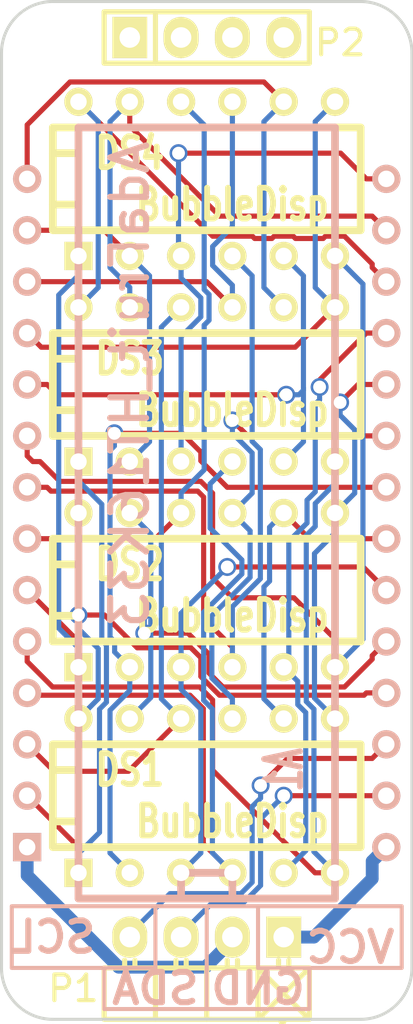
<source format=kicad_pcb>
(kicad_pcb (version 4) (host pcbnew "(2014-08-12 BZR 5064)-product")

  (general
    (links 52)
    (no_connects 0)
    (area 107.094866 76.3778 133.425001 128.930401)
    (thickness 1.6)
    (drawings 28)
    (tracks 330)
    (zones 0)
    (modules 7)
    (nets 33)
  )

  (page A4)
  (layers
    (0 F.Cu signal)
    (31 B.Cu signal)
    (32 B.Adhes user)
    (33 F.Adhes user)
    (34 B.Paste user)
    (35 F.Paste user)
    (36 B.SilkS user)
    (37 F.SilkS user)
    (38 B.Mask user)
    (39 F.Mask user)
    (40 Dwgs.User user)
    (41 Cmts.User user)
    (42 Eco1.User user)
    (43 Eco2.User user)
    (44 Edge.Cuts user)
    (45 Margin user)
    (46 B.CrtYd user)
    (47 F.CrtYd user)
    (48 B.Fab user)
    (49 F.Fab user)
  )

  (setup
    (last_trace_width 0.254)
    (user_trace_width 0.1524)
    (user_trace_width 0.254)
    (user_trace_width 0.508)
    (user_trace_width 0.635)
    (user_trace_width 1.27)
    (user_trace_width 2.54)
    (trace_clearance 0.1524)
    (zone_clearance 0.508)
    (zone_45_only no)
    (trace_min 0.1524)
    (segment_width 0.2)
    (edge_width 0.15)
    (via_size 0.889)
    (via_drill 0.635)
    (via_min_size 0.889)
    (via_min_drill 0.508)
    (uvia_size 0.508)
    (uvia_drill 0.127)
    (uvias_allowed no)
    (uvia_min_size 0.508)
    (uvia_min_drill 0.127)
    (pcb_text_width 0.3)
    (pcb_text_size 1.5 1.5)
    (mod_edge_width 0.15)
    (mod_text_size 1.5 1.5)
    (mod_text_width 0.15)
    (pad_size 1.524 1.524)
    (pad_drill 0.762)
    (pad_to_mask_clearance 0.2)
    (aux_axis_origin 0 0)
    (grid_origin 123.19 78.74)
    (visible_elements FFFFF77F)
    (pcbplotparams
      (layerselection 0x010f0_80000001)
      (usegerberextensions true)
      (excludeedgelayer true)
      (linewidth 0.100000)
      (plotframeref false)
      (viasonmask false)
      (mode 1)
      (useauxorigin false)
      (hpglpennumber 1)
      (hpglpenspeed 20)
      (hpglpendiameter 15)
      (hpglpenoverlay 2)
      (psnegative false)
      (psa4output false)
      (plotreference true)
      (plotvalue true)
      (plotinvisibletext false)
      (padsonsilk false)
      (subtractmaskfromsilk false)
      (outputformat 1)
      (mirror false)
      (drillshape 0)
      (scaleselection 1)
      (outputdirectory Output/))
  )

  (net 0 "")
  (net 1 "Net-(A1-Pad1)")
  (net 2 /C0)
  (net 3 /C1)
  (net 4 /C2)
  (net 5 /C3)
  (net 6 /C4)
  (net 7 /C5)
  (net 8 /C6)
  (net 9 /C7)
  (net 10 /A15)
  (net 11 /A14)
  (net 12 /A13)
  (net 13 /A12)
  (net 14 /A11)
  (net 15 /A10)
  (net 16 /A9)
  (net 17 /A8)
  (net 18 /A7)
  (net 19 /A6)
  (net 20 /A5)
  (net 21 /A4)
  (net 22 /A3)
  (net 23 /A2)
  (net 24 /A1)
  (net 25 /A0)
  (net 26 "Net-(A1-Pad26)")
  (net 27 "Net-(A1-Pad27)")
  (net 28 "Net-(A1-Pad28)")
  (net 29 "Net-(J2-Pad1)")
  (net 30 "Net-(J2-Pad2)")
  (net 31 "Net-(J2-Pad3)")
  (net 32 "Net-(J2-Pad4)")

  (net_class Default "This is the default net class."
    (clearance 0.1524)
    (trace_width 0.1524)
    (via_dia 0.889)
    (via_drill 0.635)
    (uvia_dia 0.508)
    (uvia_drill 0.127)
    (add_net /A0)
    (add_net /A1)
    (add_net /A10)
    (add_net /A11)
    (add_net /A12)
    (add_net /A13)
    (add_net /A14)
    (add_net /A15)
    (add_net /A2)
    (add_net /A3)
    (add_net /A4)
    (add_net /A5)
    (add_net /A6)
    (add_net /A7)
    (add_net /A8)
    (add_net /A9)
    (add_net /C0)
    (add_net /C1)
    (add_net /C2)
    (add_net /C3)
    (add_net /C4)
    (add_net /C5)
    (add_net /C6)
    (add_net /C7)
    (add_net "Net-(A1-Pad1)")
    (add_net "Net-(A1-Pad26)")
    (add_net "Net-(A1-Pad27)")
    (add_net "Net-(A1-Pad28)")
    (add_net "Net-(J2-Pad1)")
    (add_net "Net-(J2-Pad2)")
    (add_net "Net-(J2-Pad3)")
    (add_net "Net-(J2-Pad4)")
  )

  (module Pin_Headers:Pin_Header_Angled_1x04 (layer F.Cu) (tedit 53FC3CEF) (tstamp 53FB069B)
    (at 123.19 124.46 180)
    (descr "1 pin")
    (tags "CONN DEV")
    (path /53FB0ADC)
    (fp_text reference P1 (at 6.604 -2.54 180) (layer F.SilkS)
      (effects (font (size 1.27 1.27) (thickness 0.2032)))
    )
    (fp_text value CONN_4 (at 0 0 180) (layer F.SilkS) hide
      (effects (font (size 1.27 1.27) (thickness 0.2032)))
    )
    (fp_line (start -2.54 -4.064) (end -5.08 -1.524) (layer F.SilkS) (width 0.254))
    (fp_line (start -5.08 -4.064) (end -2.54 -1.524) (layer F.SilkS) (width 0.254))
    (fp_line (start -3.683 -4.191) (end -3.81 -4.191) (layer F.SilkS) (width 0.254))
    (fp_line (start -4.064 -1.524) (end -4.064 -1.143) (layer F.SilkS) (width 0.254))
    (fp_line (start -3.556 -1.524) (end -3.556 -1.143) (layer F.SilkS) (width 0.254))
    (fp_line (start -1.524 -1.524) (end -1.524 -1.143) (layer F.SilkS) (width 0.254))
    (fp_line (start -1.016 -1.524) (end -1.016 -1.143) (layer F.SilkS) (width 0.254))
    (fp_line (start 1.016 -1.524) (end 1.016 -1.143) (layer F.SilkS) (width 0.254))
    (fp_line (start 1.524 -1.524) (end 1.524 -1.143) (layer F.SilkS) (width 0.254))
    (fp_line (start 4.064 -1.524) (end 4.064 -1.143) (layer F.SilkS) (width 0.254))
    (fp_line (start 3.556 -1.524) (end 3.556 -1.143) (layer F.SilkS) (width 0.254))
    (fp_line (start -5.08 -1.524) (end -5.08 -4.064) (layer F.SilkS) (width 0.254))
    (fp_line (start -2.54 -1.524) (end -2.54 -4.064) (layer F.SilkS) (width 0.254))
    (fp_line (start -2.54 -1.524) (end 0 -1.524) (layer F.SilkS) (width 0.254))
    (fp_line (start 0 -1.524) (end 0 -4.064) (layer F.SilkS) (width 0.254))
    (fp_line (start 0 -4.064) (end -2.54 -4.064) (layer F.SilkS) (width 0.254))
    (fp_line (start -2.54 -4.064) (end -5.08 -4.064) (layer F.SilkS) (width 0.254))
    (fp_line (start -2.54 -1.524) (end -2.54 -4.064) (layer F.SilkS) (width 0.254))
    (fp_line (start -5.08 -1.524) (end -2.54 -1.524) (layer F.SilkS) (width 0.254))
    (fp_line (start 2.54 -1.524) (end 2.54 -4.064) (layer F.SilkS) (width 0.254))
    (fp_line (start 2.54 -1.524) (end 5.08 -1.524) (layer F.SilkS) (width 0.254))
    (fp_line (start 5.08 -1.524) (end 5.08 -4.064) (layer F.SilkS) (width 0.254))
    (fp_line (start 5.08 -4.064) (end 2.54 -4.064) (layer F.SilkS) (width 0.254))
    (fp_line (start 2.54 -4.064) (end 0 -4.064) (layer F.SilkS) (width 0.254))
    (fp_line (start 2.54 -1.524) (end 2.54 -4.064) (layer F.SilkS) (width 0.254))
    (fp_line (start 0 -1.524) (end 2.54 -1.524) (layer F.SilkS) (width 0.254))
    (fp_line (start 0 -1.524) (end 0 -4.064) (layer F.SilkS) (width 0.254))
    (pad 1 thru_hole rect (at -3.81 0 180) (size 1.7272 2.032) (drill 1.016) (layers *.Cu *.Mask F.SilkS)
      (net 28 "Net-(A1-Pad28)"))
    (pad 2 thru_hole oval (at -1.27 0 180) (size 1.7272 2.032) (drill 1.016) (layers *.Cu *.Mask F.SilkS)
      (net 1 "Net-(A1-Pad1)"))
    (pad 3 thru_hole oval (at 1.27 0 180) (size 1.7272 2.032) (drill 1.016) (layers *.Cu *.Mask F.SilkS)
      (net 27 "Net-(A1-Pad27)"))
    (pad 4 thru_hole oval (at 3.81 0 180) (size 1.7272 2.032) (drill 1.016) (layers *.Cu *.Mask F.SilkS)
      (net 26 "Net-(A1-Pad26)"))
    (model Pin_Headers/Pin_Header_Angled_1x04.wrl
      (at (xyz 0 0 0))
      (scale (xyz 1 1 1))
      (rotate (xyz 0 0 0))
    )
  )

  (module "NTH_PTH DIL:DIP-28__700" (layer B.Cu) (tedit 53FAFEC4) (tstamp 53FB0637)
    (at 123.19 103.505 90)
    (descr "Module Dil 28 pins, pads ronds, e=600 mils")
    (tags DIL)
    (path /53FB00B4)
    (fp_text reference A1 (at -12.7 3.81 90) (layer B.SilkS)
      (effects (font (size 1.778 1.143) (thickness 0.3048)) (justify mirror))
    )
    (fp_text value AdaFruit_HT16K33 (at 6.35 -3.81 90) (layer B.SilkS)
      (effects (font (size 1.778 1.778) (thickness 0.3048)) (justify mirror))
    )
    (fp_line (start -19.05 1.27) (end -19.05 1.27) (layer B.SilkS) (width 0.381))
    (fp_line (start -19.05 1.27) (end -17.78 1.27) (layer B.SilkS) (width 0.381))
    (fp_line (start -17.78 1.27) (end -17.78 -1.27) (layer B.SilkS) (width 0.381))
    (fp_line (start -17.78 -1.27) (end -19.05 -1.27) (layer B.SilkS) (width 0.381))
    (fp_line (start -19.05 6.35) (end 19.05 6.35) (layer B.SilkS) (width 0.381))
    (fp_line (start 19.05 6.35) (end 19.05 -6.35) (layer B.SilkS) (width 0.381))
    (fp_line (start 19.05 -6.35) (end -19.05 -6.35) (layer B.SilkS) (width 0.381))
    (fp_line (start -19.05 -6.35) (end -19.05 6.35) (layer B.SilkS) (width 0.381))
    (pad 1 thru_hole rect (at -16.51 -8.89 90) (size 1.397 1.397) (drill 0.8128) (layers *.Cu *.Mask B.SilkS)
      (net 1 "Net-(A1-Pad1)"))
    (pad 2 thru_hole circle (at -13.97 -8.89 90) (size 1.397 1.397) (drill 0.8128) (layers *.Cu *.Mask B.SilkS)
      (net 2 /C0))
    (pad 3 thru_hole circle (at -11.43 -8.89 90) (size 1.397 1.397) (drill 0.8128) (layers *.Cu *.Mask B.SilkS)
      (net 3 /C1))
    (pad 4 thru_hole circle (at -8.89 -8.89 90) (size 1.397 1.397) (drill 0.8128) (layers *.Cu *.Mask B.SilkS)
      (net 4 /C2))
    (pad 5 thru_hole circle (at -6.35 -8.89 90) (size 1.397 1.397) (drill 0.8128) (layers *.Cu *.Mask B.SilkS)
      (net 5 /C3))
    (pad 6 thru_hole circle (at -3.81 -8.89 90) (size 1.397 1.397) (drill 0.8128) (layers *.Cu *.Mask B.SilkS)
      (net 6 /C4))
    (pad 7 thru_hole circle (at -1.27 -8.89 90) (size 1.397 1.397) (drill 0.8128) (layers *.Cu *.Mask B.SilkS)
      (net 7 /C5))
    (pad 8 thru_hole circle (at 1.27 -8.89 90) (size 1.397 1.397) (drill 0.8128) (layers *.Cu *.Mask B.SilkS)
      (net 8 /C6))
    (pad 9 thru_hole circle (at 3.81 -8.89 90) (size 1.397 1.397) (drill 0.8128) (layers *.Cu *.Mask B.SilkS)
      (net 9 /C7))
    (pad 10 thru_hole circle (at 6.35 -8.89 90) (size 1.397 1.397) (drill 0.8128) (layers *.Cu *.Mask B.SilkS)
      (net 10 /A15))
    (pad 11 thru_hole circle (at 8.89 -8.89 90) (size 1.397 1.397) (drill 0.8128) (layers *.Cu *.Mask B.SilkS)
      (net 11 /A14))
    (pad 12 thru_hole circle (at 11.43 -8.89 90) (size 1.397 1.397) (drill 0.8128) (layers *.Cu *.Mask B.SilkS)
      (net 12 /A13))
    (pad 13 thru_hole circle (at 13.97 -8.89 90) (size 1.397 1.397) (drill 0.8128) (layers *.Cu *.Mask B.SilkS)
      (net 13 /A12))
    (pad 14 thru_hole circle (at 16.51 -8.89 90) (size 1.397 1.397) (drill 0.8128) (layers *.Cu *.Mask B.SilkS)
      (net 14 /A11))
    (pad 15 thru_hole circle (at 16.51 8.89 90) (size 1.397 1.397) (drill 0.8128) (layers *.Cu *.Mask B.SilkS)
      (net 15 /A10))
    (pad 16 thru_hole circle (at 13.97 8.89 90) (size 1.397 1.397) (drill 0.8128) (layers *.Cu *.Mask B.SilkS)
      (net 16 /A9))
    (pad 17 thru_hole circle (at 11.43 8.89 90) (size 1.397 1.397) (drill 0.8128) (layers *.Cu *.Mask B.SilkS)
      (net 17 /A8))
    (pad 18 thru_hole circle (at 8.89 8.89 90) (size 1.397 1.397) (drill 0.8128) (layers *.Cu *.Mask B.SilkS)
      (net 18 /A7))
    (pad 19 thru_hole circle (at 6.35 8.89 90) (size 1.397 1.397) (drill 0.8128) (layers *.Cu *.Mask B.SilkS)
      (net 19 /A6))
    (pad 20 thru_hole circle (at 3.81 8.89 90) (size 1.397 1.397) (drill 0.8128) (layers *.Cu *.Mask B.SilkS)
      (net 20 /A5))
    (pad 21 thru_hole circle (at 1.27 8.89 90) (size 1.397 1.397) (drill 0.8128) (layers *.Cu *.Mask B.SilkS)
      (net 21 /A4))
    (pad 22 thru_hole circle (at -1.27 8.89 90) (size 1.397 1.397) (drill 0.8128) (layers *.Cu *.Mask B.SilkS)
      (net 22 /A3))
    (pad 23 thru_hole circle (at -3.81 8.89 90) (size 1.397 1.397) (drill 0.8128) (layers *.Cu *.Mask B.SilkS)
      (net 23 /A2))
    (pad 24 thru_hole circle (at -6.35 8.89 90) (size 1.397 1.397) (drill 0.8128) (layers *.Cu *.Mask B.SilkS)
      (net 24 /A1))
    (pad 25 thru_hole circle (at -8.89 8.89 90) (size 1.397 1.397) (drill 0.8128) (layers *.Cu *.Mask B.SilkS)
      (net 25 /A0))
    (pad 26 thru_hole circle (at -11.43 8.89 90) (size 1.397 1.397) (drill 0.8128) (layers *.Cu *.Mask B.SilkS)
      (net 26 "Net-(A1-Pad26)"))
    (pad 27 thru_hole circle (at -13.97 8.89 90) (size 1.397 1.397) (drill 0.8128) (layers *.Cu *.Mask B.SilkS)
      (net 27 "Net-(A1-Pad27)"))
    (pad 28 thru_hole circle (at -16.51 8.89 90) (size 1.397 1.397) (drill 0.8128) (layers *.Cu *.Mask B.SilkS)
      (net 28 "Net-(A1-Pad28)"))
    (model dil/dil_28-w600.wrl
      (at (xyz 0 0 0))
      (scale (xyz 1 1 1))
      (rotate (xyz 0 0 0))
    )
  )

  (module "NTH_PTH DIL:DIP-12__300" (layer F.Cu) (tedit 53FB0505) (tstamp 53FB0B8B)
    (at 123.19 117.475)
    (descr "14 pins DIL package, round pads")
    (tags DIL)
    (path /53FAF96C)
    (fp_text reference DS1 (at -3.81 -1.27) (layer F.SilkS)
      (effects (font (size 1.524 1.143) (thickness 0.3048)))
    )
    (fp_text value BubbleDisp (at 1.27 1.27) (layer F.SilkS)
      (effects (font (size 1.524 1.143) (thickness 0.28575)))
    )
    (fp_line (start -7.62 -2.54) (end 7.62 -2.54) (layer F.SilkS) (width 0.381))
    (fp_line (start 7.62 2.54) (end -7.62 2.54) (layer F.SilkS) (width 0.381))
    (fp_line (start -7.62 2.54) (end -7.62 -2.54) (layer F.SilkS) (width 0.381))
    (fp_line (start -7.62 -1.27) (end -6.35 -1.27) (layer F.SilkS) (width 0.381))
    (fp_line (start -6.35 -1.27) (end -6.35 1.27) (layer F.SilkS) (width 0.381))
    (fp_line (start -6.35 1.27) (end -7.62 1.27) (layer F.SilkS) (width 0.381))
    (fp_line (start 7.62 -2.54) (end 7.62 2.54) (layer F.SilkS) (width 0.381))
    (pad 1 thru_hole rect (at -6.35 3.81) (size 1.397 1.397) (drill 0.8128) (layers *.Cu *.Mask F.SilkS)
      (net 2 /C0))
    (pad 2 thru_hole circle (at -3.81 3.81) (size 1.397 1.397) (drill 0.8128) (layers *.Cu *.Mask F.SilkS)
      (net 21 /A4))
    (pad 3 thru_hole circle (at -1.27 3.81) (size 1.397 1.397) (drill 0.8128) (layers *.Cu *.Mask F.SilkS)
      (net 23 /A2))
    (pad 4 thru_hole circle (at 1.27 3.81) (size 1.397 1.397) (drill 0.8128) (layers *.Cu *.Mask F.SilkS)
      (net 4 /C2))
    (pad 5 thru_hole circle (at 3.81 3.81) (size 1.397 1.397) (drill 0.8128) (layers *.Cu *.Mask F.SilkS)
      (net 18 /A7))
    (pad 6 thru_hole circle (at 6.35 3.81) (size 1.397 1.397) (drill 0.8128) (layers *.Cu *.Mask F.SilkS)
      (net 5 /C3))
    (pad 7 thru_hole circle (at 6.35 -3.81) (size 1.397 1.397) (drill 0.8128) (layers *.Cu *.Mask F.SilkS)
      (net 19 /A6))
    (pad 8 thru_hole circle (at 3.81 -3.81) (size 1.397 1.397) (drill 0.8128) (layers *.Cu *.Mask F.SilkS)
      (net 22 /A3))
    (pad 9 thru_hole circle (at 1.27 -3.81) (size 1.397 1.397) (drill 0.8128) (layers *.Cu *.Mask F.SilkS)
      (net 20 /A5))
    (pad 10 thru_hole circle (at -1.27 -3.81) (size 1.397 1.397) (drill 0.8128) (layers *.Cu *.Mask F.SilkS)
      (net 3 /C1))
    (pad 11 thru_hole circle (at -3.81 -3.81) (size 1.397 1.397) (drill 0.8128) (layers *.Cu *.Mask F.SilkS)
      (net 24 /A1))
    (pad 12 thru_hole circle (at -6.35 -3.81) (size 1.397 1.397) (drill 0.8128) (layers *.Cu *.Mask F.SilkS)
      (net 25 /A0))
    (model dil/dil_14.wrl
      (at (xyz 0 0 0))
      (scale (xyz 1 1 1))
      (rotate (xyz 0 0 0))
    )
  )

  (module "NTH_PTH DIL:DIP-12__300" (layer F.Cu) (tedit 53FB0505) (tstamp 53FB0665)
    (at 123.19 107.315)
    (descr "14 pins DIL package, round pads")
    (tags DIL)
    (path /53FAF9A0)
    (fp_text reference DS2 (at -3.81 -1.27) (layer F.SilkS)
      (effects (font (size 1.524 1.143) (thickness 0.3048)))
    )
    (fp_text value BubbleDisp (at 1.27 1.27) (layer F.SilkS)
      (effects (font (size 1.524 1.143) (thickness 0.28575)))
    )
    (fp_line (start -7.62 -2.54) (end 7.62 -2.54) (layer F.SilkS) (width 0.381))
    (fp_line (start 7.62 2.54) (end -7.62 2.54) (layer F.SilkS) (width 0.381))
    (fp_line (start -7.62 2.54) (end -7.62 -2.54) (layer F.SilkS) (width 0.381))
    (fp_line (start -7.62 -1.27) (end -6.35 -1.27) (layer F.SilkS) (width 0.381))
    (fp_line (start -6.35 -1.27) (end -6.35 1.27) (layer F.SilkS) (width 0.381))
    (fp_line (start -6.35 1.27) (end -7.62 1.27) (layer F.SilkS) (width 0.381))
    (fp_line (start 7.62 -2.54) (end 7.62 2.54) (layer F.SilkS) (width 0.381))
    (pad 1 thru_hole rect (at -6.35 3.81) (size 1.397 1.397) (drill 0.8128) (layers *.Cu *.Mask F.SilkS)
      (net 6 /C4))
    (pad 2 thru_hole circle (at -3.81 3.81) (size 1.397 1.397) (drill 0.8128) (layers *.Cu *.Mask F.SilkS)
      (net 21 /A4))
    (pad 3 thru_hole circle (at -1.27 3.81) (size 1.397 1.397) (drill 0.8128) (layers *.Cu *.Mask F.SilkS)
      (net 23 /A2))
    (pad 4 thru_hole circle (at 1.27 3.81) (size 1.397 1.397) (drill 0.8128) (layers *.Cu *.Mask F.SilkS)
      (net 8 /C6))
    (pad 5 thru_hole circle (at 3.81 3.81) (size 1.397 1.397) (drill 0.8128) (layers *.Cu *.Mask F.SilkS)
      (net 18 /A7))
    (pad 6 thru_hole circle (at 6.35 3.81) (size 1.397 1.397) (drill 0.8128) (layers *.Cu *.Mask F.SilkS)
      (net 9 /C7))
    (pad 7 thru_hole circle (at 6.35 -3.81) (size 1.397 1.397) (drill 0.8128) (layers *.Cu *.Mask F.SilkS)
      (net 19 /A6))
    (pad 8 thru_hole circle (at 3.81 -3.81) (size 1.397 1.397) (drill 0.8128) (layers *.Cu *.Mask F.SilkS)
      (net 22 /A3))
    (pad 9 thru_hole circle (at 1.27 -3.81) (size 1.397 1.397) (drill 0.8128) (layers *.Cu *.Mask F.SilkS)
      (net 20 /A5))
    (pad 10 thru_hole circle (at -1.27 -3.81) (size 1.397 1.397) (drill 0.8128) (layers *.Cu *.Mask F.SilkS)
      (net 7 /C5))
    (pad 11 thru_hole circle (at -3.81 -3.81) (size 1.397 1.397) (drill 0.8128) (layers *.Cu *.Mask F.SilkS)
      (net 24 /A1))
    (pad 12 thru_hole circle (at -6.35 -3.81) (size 1.397 1.397) (drill 0.8128) (layers *.Cu *.Mask F.SilkS)
      (net 25 /A0))
    (model dil/dil_14.wrl
      (at (xyz 0 0 0))
      (scale (xyz 1 1 1))
      (rotate (xyz 0 0 0))
    )
  )

  (module "NTH_PTH DIL:DIP-12__300" (layer F.Cu) (tedit 53FB0505) (tstamp 53FB0C57)
    (at 123.19 97.155)
    (descr "14 pins DIL package, round pads")
    (tags DIL)
    (path /53FAF9DA)
    (fp_text reference DS3 (at -3.81 -1.27) (layer F.SilkS)
      (effects (font (size 1.524 1.143) (thickness 0.3048)))
    )
    (fp_text value BubbleDisp (at 1.27 1.27) (layer F.SilkS)
      (effects (font (size 1.524 1.143) (thickness 0.28575)))
    )
    (fp_line (start -7.62 -2.54) (end 7.62 -2.54) (layer F.SilkS) (width 0.381))
    (fp_line (start 7.62 2.54) (end -7.62 2.54) (layer F.SilkS) (width 0.381))
    (fp_line (start -7.62 2.54) (end -7.62 -2.54) (layer F.SilkS) (width 0.381))
    (fp_line (start -7.62 -1.27) (end -6.35 -1.27) (layer F.SilkS) (width 0.381))
    (fp_line (start -6.35 -1.27) (end -6.35 1.27) (layer F.SilkS) (width 0.381))
    (fp_line (start -6.35 1.27) (end -7.62 1.27) (layer F.SilkS) (width 0.381))
    (fp_line (start 7.62 -2.54) (end 7.62 2.54) (layer F.SilkS) (width 0.381))
    (pad 1 thru_hole rect (at -6.35 3.81) (size 1.397 1.397) (drill 0.8128) (layers *.Cu *.Mask F.SilkS)
      (net 2 /C0))
    (pad 2 thru_hole circle (at -3.81 3.81) (size 1.397 1.397) (drill 0.8128) (layers *.Cu *.Mask F.SilkS)
      (net 13 /A12))
    (pad 3 thru_hole circle (at -1.27 3.81) (size 1.397 1.397) (drill 0.8128) (layers *.Cu *.Mask F.SilkS)
      (net 15 /A10))
    (pad 4 thru_hole circle (at 1.27 3.81) (size 1.397 1.397) (drill 0.8128) (layers *.Cu *.Mask F.SilkS)
      (net 4 /C2))
    (pad 5 thru_hole circle (at 3.81 3.81) (size 1.397 1.397) (drill 0.8128) (layers *.Cu *.Mask F.SilkS)
      (net 10 /A15))
    (pad 6 thru_hole circle (at 6.35 3.81) (size 1.397 1.397) (drill 0.8128) (layers *.Cu *.Mask F.SilkS)
      (net 5 /C3))
    (pad 7 thru_hole circle (at 6.35 -3.81) (size 1.397 1.397) (drill 0.8128) (layers *.Cu *.Mask F.SilkS)
      (net 11 /A14))
    (pad 8 thru_hole circle (at 3.81 -3.81) (size 1.397 1.397) (drill 0.8128) (layers *.Cu *.Mask F.SilkS)
      (net 14 /A11))
    (pad 9 thru_hole circle (at 1.27 -3.81) (size 1.397 1.397) (drill 0.8128) (layers *.Cu *.Mask F.SilkS)
      (net 12 /A13))
    (pad 10 thru_hole circle (at -1.27 -3.81) (size 1.397 1.397) (drill 0.8128) (layers *.Cu *.Mask F.SilkS)
      (net 3 /C1))
    (pad 11 thru_hole circle (at -3.81 -3.81) (size 1.397 1.397) (drill 0.8128) (layers *.Cu *.Mask F.SilkS)
      (net 16 /A9))
    (pad 12 thru_hole circle (at -6.35 -3.81) (size 1.397 1.397) (drill 0.8128) (layers *.Cu *.Mask F.SilkS)
      (net 17 /A8))
    (model dil/dil_14.wrl
      (at (xyz 0 0 0))
      (scale (xyz 1 1 1))
      (rotate (xyz 0 0 0))
    )
  )

  (module "NTH_PTH DIL:DIP-12__300" (layer F.Cu) (tedit 53FB0505) (tstamp 53FB0BA3)
    (at 123.19 86.995)
    (descr "14 pins DIL package, round pads")
    (tags DIL)
    (path /53FAFA05)
    (fp_text reference DS4 (at -3.81 -1.27) (layer F.SilkS)
      (effects (font (size 1.524 1.143) (thickness 0.3048)))
    )
    (fp_text value BubbleDisp (at 1.27 1.27) (layer F.SilkS)
      (effects (font (size 1.524 1.143) (thickness 0.28575)))
    )
    (fp_line (start -7.62 -2.54) (end 7.62 -2.54) (layer F.SilkS) (width 0.381))
    (fp_line (start 7.62 2.54) (end -7.62 2.54) (layer F.SilkS) (width 0.381))
    (fp_line (start -7.62 2.54) (end -7.62 -2.54) (layer F.SilkS) (width 0.381))
    (fp_line (start -7.62 -1.27) (end -6.35 -1.27) (layer F.SilkS) (width 0.381))
    (fp_line (start -6.35 -1.27) (end -6.35 1.27) (layer F.SilkS) (width 0.381))
    (fp_line (start -6.35 1.27) (end -7.62 1.27) (layer F.SilkS) (width 0.381))
    (fp_line (start 7.62 -2.54) (end 7.62 2.54) (layer F.SilkS) (width 0.381))
    (pad 1 thru_hole rect (at -6.35 3.81) (size 1.397 1.397) (drill 0.8128) (layers *.Cu *.Mask F.SilkS)
      (net 6 /C4))
    (pad 2 thru_hole circle (at -3.81 3.81) (size 1.397 1.397) (drill 0.8128) (layers *.Cu *.Mask F.SilkS)
      (net 13 /A12))
    (pad 3 thru_hole circle (at -1.27 3.81) (size 1.397 1.397) (drill 0.8128) (layers *.Cu *.Mask F.SilkS)
      (net 15 /A10))
    (pad 4 thru_hole circle (at 1.27 3.81) (size 1.397 1.397) (drill 0.8128) (layers *.Cu *.Mask F.SilkS)
      (net 8 /C6))
    (pad 5 thru_hole circle (at 3.81 3.81) (size 1.397 1.397) (drill 0.8128) (layers *.Cu *.Mask F.SilkS)
      (net 10 /A15))
    (pad 6 thru_hole circle (at 6.35 3.81) (size 1.397 1.397) (drill 0.8128) (layers *.Cu *.Mask F.SilkS)
      (net 9 /C7))
    (pad 7 thru_hole circle (at 6.35 -3.81) (size 1.397 1.397) (drill 0.8128) (layers *.Cu *.Mask F.SilkS)
      (net 11 /A14))
    (pad 8 thru_hole circle (at 3.81 -3.81) (size 1.397 1.397) (drill 0.8128) (layers *.Cu *.Mask F.SilkS)
      (net 14 /A11))
    (pad 9 thru_hole circle (at 1.27 -3.81) (size 1.397 1.397) (drill 0.8128) (layers *.Cu *.Mask F.SilkS)
      (net 12 /A13))
    (pad 10 thru_hole circle (at -1.27 -3.81) (size 1.397 1.397) (drill 0.8128) (layers *.Cu *.Mask F.SilkS)
      (net 7 /C5))
    (pad 11 thru_hole circle (at -3.81 -3.81) (size 1.397 1.397) (drill 0.8128) (layers *.Cu *.Mask F.SilkS)
      (net 16 /A9))
    (pad 12 thru_hole circle (at -6.35 -3.81) (size 1.397 1.397) (drill 0.8128) (layers *.Cu *.Mask F.SilkS)
      (net 17 /A8))
    (model dil/dil_14.wrl
      (at (xyz 0 0 0))
      (scale (xyz 1 1 1))
      (rotate (xyz 0 0 0))
    )
  )

  (module Pin_Headers:Pin_Header_Straight_1x04 (layer F.Cu) (tedit 53FC3CFD) (tstamp 53FB06A3)
    (at 123.19 80.01)
    (descr "1 pin")
    (tags "CONN DEV")
    (path /53FB127A)
    (fp_text reference P2 (at 6.604 0.254) (layer F.SilkS)
      (effects (font (size 1.27 1.27) (thickness 0.2032)))
    )
    (fp_text value CONN_4 (at 0 0) (layer F.SilkS) hide
      (effects (font (size 1.27 1.27) (thickness 0.2032)))
    )
    (fp_line (start -2.54 1.27) (end 5.08 1.27) (layer F.SilkS) (width 0.254))
    (fp_line (start -2.54 -1.27) (end 5.08 -1.27) (layer F.SilkS) (width 0.254))
    (fp_line (start -5.08 -1.27) (end -2.54 -1.27) (layer F.SilkS) (width 0.254))
    (fp_line (start 5.08 1.27) (end 5.08 -1.27) (layer F.SilkS) (width 0.254))
    (fp_line (start -2.54 -1.27) (end -2.54 1.27) (layer F.SilkS) (width 0.254))
    (fp_line (start -5.08 -1.27) (end -5.08 1.27) (layer F.SilkS) (width 0.254))
    (fp_line (start -5.08 1.27) (end -2.54 1.27) (layer F.SilkS) (width 0.254))
    (pad 1 thru_hole rect (at -3.81 0) (size 1.7272 2.032) (drill 1.016) (layers *.Cu *.Mask F.SilkS)
      (net 29 "Net-(J2-Pad1)"))
    (pad 2 thru_hole oval (at -1.27 0) (size 1.7272 2.032) (drill 1.016) (layers *.Cu *.Mask F.SilkS)
      (net 30 "Net-(J2-Pad2)"))
    (pad 3 thru_hole oval (at 1.27 0) (size 1.7272 2.032) (drill 1.016) (layers *.Cu *.Mask F.SilkS)
      (net 31 "Net-(J2-Pad3)"))
    (pad 4 thru_hole oval (at 3.81 0) (size 1.7272 2.032) (drill 1.016) (layers *.Cu *.Mask F.SilkS)
      (net 32 "Net-(J2-Pad4)"))
    (model Pin_Headers/Pin_Header_Straight_1x04.wrl
      (at (xyz 0 0 0))
      (scale (xyz 1 1 1))
      (rotate (xyz 0 0 0))
    )
  )

  (gr_line (start 120.65 122.936) (end 123.19 122.936) (angle 90) (layer B.SilkS) (width 0.2))
  (gr_line (start 113.538 125.984) (end 118.11 125.984) (angle 90) (layer B.SilkS) (width 0.2))
  (gr_line (start 113.538 122.936) (end 113.538 125.984) (angle 90) (layer B.SilkS) (width 0.2))
  (gr_line (start 120.65 122.936) (end 113.538 122.936) (angle 90) (layer B.SilkS) (width 0.2))
  (gr_line (start 120.65 125.984) (end 120.65 122.936) (angle 90) (layer B.SilkS) (width 0.2))
  (gr_line (start 118.11 125.984) (end 120.65 125.984) (angle 90) (layer B.SilkS) (width 0.2))
  (gr_line (start 118.11 128.016) (end 118.11 125.984) (angle 90) (layer B.SilkS) (width 0.2))
  (gr_line (start 123.19 128.016) (end 118.11 128.016) (angle 90) (layer B.SilkS) (width 0.2))
  (gr_line (start 128.27 128.016) (end 128.27 125.984) (angle 90) (layer B.SilkS) (width 0.2))
  (gr_line (start 123.19 128.016) (end 128.27 128.016) (angle 90) (layer B.SilkS) (width 0.2))
  (gr_line (start 123.19 122.936) (end 123.19 128.016) (angle 90) (layer B.SilkS) (width 0.2))
  (gr_line (start 125.73 122.936) (end 123.19 122.936) (angle 90) (layer B.SilkS) (width 0.2))
  (gr_line (start 125.73 125.984) (end 125.73 122.936) (angle 90) (layer B.SilkS) (width 0.2))
  (gr_line (start 132.842 125.984) (end 125.73 125.984) (angle 90) (layer B.SilkS) (width 0.2))
  (gr_line (start 132.842 122.936) (end 132.842 125.984) (angle 90) (layer B.SilkS) (width 0.2))
  (gr_line (start 125.73 122.936) (end 132.842 122.936) (angle 90) (layer B.SilkS) (width 0.2))
  (gr_text SDA (at 120.65 127) (layer B.SilkS)
    (effects (font (size 1.5 1.5) (thickness 0.3)) (justify mirror))
  )
  (gr_text GND (at 125.73 127) (layer B.SilkS)
    (effects (font (size 1.5 1.5) (thickness 0.3)) (justify mirror))
  )
  (gr_text SCL (at 115.57 124.46) (layer B.SilkS)
    (effects (font (size 1.5 1.5) (thickness 0.3)) (justify mirror))
  )
  (gr_text VCC (at 130.302 124.968) (layer B.SilkS)
    (effects (font (size 1.5 1.5) (thickness 0.3)) (justify mirror))
  )
  (gr_line (start 113.03 80.772) (end 113.03 125.984) (angle 90) (layer Edge.Cuts) (width 0.15))
  (gr_line (start 133.35 125.984) (end 133.35 80.772) (angle 90) (layer Edge.Cuts) (width 0.15))
  (gr_line (start 115.57 128.524) (end 130.81 128.524) (angle 90) (layer Edge.Cuts) (width 0.15))
  (gr_arc (start 115.57 125.984) (end 115.57 128.524) (angle 90) (layer Edge.Cuts) (width 0.15))
  (gr_arc (start 130.81 125.984) (end 133.35 125.984) (angle 90) (layer Edge.Cuts) (width 0.15))
  (gr_arc (start 115.57 80.772) (end 113.03 80.772) (angle 90) (layer Edge.Cuts) (width 0.15))
  (gr_arc (start 130.81 80.772) (end 130.81 78.232) (angle 90) (layer Edge.Cuts) (width 0.15))
  (gr_line (start 115.57 78.232) (end 130.81 78.232) (angle 90) (layer Edge.Cuts) (width 0.15))

  (segment (start 114.3 121.3485) (end 114.3 120.015) (width 0.635) (layer B.Cu) (net 1))
  (segment (start 114.3 121.418267) (end 114.3 121.3485) (width 0.635) (layer B.Cu) (net 1))
  (segment (start 118.827643 125.94591) (end 114.3 121.418267) (width 0.635) (layer B.Cu) (net 1))
  (segment (start 123.12649 125.94591) (end 118.827643 125.94591) (width 0.635) (layer B.Cu) (net 1))
  (segment (start 124.46 124.6124) (end 123.12649 125.94591) (width 0.635) (layer B.Cu) (net 1))
  (segment (start 124.46 124.46) (end 124.46 124.6124) (width 0.635) (layer B.Cu) (net 1))
  (segment (start 116.84 101.9175) (end 116.84 100.965) (width 0.254) (layer B.Cu) (net 2))
  (segment (start 117.995689 103.073189) (end 116.84 101.9175) (width 0.254) (layer B.Cu) (net 2))
  (segment (start 117.995689 109.806017) (end 117.995689 103.073189) (width 0.254) (layer B.Cu) (net 2))
  (segment (start 118.22431 110.034638) (end 117.995689 109.806017) (width 0.254) (layer B.Cu) (net 2))
  (segment (start 117.88141 119.29109) (end 117.88141 113.19834) (width 0.254) (layer B.Cu) (net 2))
  (segment (start 116.84 120.3325) (end 117.88141 119.29109) (width 0.254) (layer B.Cu) (net 2))
  (segment (start 118.22431 112.85544) (end 118.22431 110.034638) (width 0.254) (layer B.Cu) (net 2))
  (segment (start 116.84 121.285) (end 116.84 120.3325) (width 0.254) (layer B.Cu) (net 2))
  (segment (start 117.88141 113.19834) (end 118.22431 112.85544) (width 0.254) (layer B.Cu) (net 2))
  (segment (start 116.84 120.015) (end 116.84 121.285) (width 0.254) (layer F.Cu) (net 2))
  (segment (start 114.3 117.475) (end 116.84 120.015) (width 0.254) (layer F.Cu) (net 2))
  (segment (start 115.633538 116.268538) (end 119.316462 116.268538) (width 0.254) (layer F.Cu) (net 3))
  (segment (start 121.221501 114.363499) (end 121.92 113.665) (width 0.254) (layer F.Cu) (net 3))
  (segment (start 119.316462 116.268538) (end 121.221501 114.363499) (width 0.254) (layer F.Cu) (net 3))
  (segment (start 114.3 114.935) (end 115.633538 116.268538) (width 0.254) (layer F.Cu) (net 3))
  (segment (start 121.221501 94.043499) (end 121.92 93.345) (width 0.254) (layer B.Cu) (net 3))
  (segment (start 120.942099 94.322901) (end 121.221501 94.043499) (width 0.254) (layer B.Cu) (net 3))
  (segment (start 120.942099 112.687099) (end 120.942099 94.322901) (width 0.254) (layer B.Cu) (net 3))
  (segment (start 121.92 113.665) (end 120.942099 112.687099) (width 0.254) (layer B.Cu) (net 3))
  (segment (start 123.03759 112.760546) (end 123.46941 113.192366) (width 0.254) (layer B.Cu) (net 4))
  (segment (start 123.46941 113.192366) (end 123.46941 120.29441) (width 0.254) (layer B.Cu) (net 4))
  (segment (start 123.761501 120.586501) (end 124.46 121.285) (width 0.254) (layer B.Cu) (net 4))
  (segment (start 123.03759 108.411784) (end 123.03759 112.760546) (width 0.254) (layer B.Cu) (net 4))
  (segment (start 124.929901 105.824527) (end 124.929901 106.519473) (width 0.254) (layer B.Cu) (net 4))
  (segment (start 123.358341 102.066659) (end 123.358341 104.252967) (width 0.254) (layer B.Cu) (net 4))
  (segment (start 123.46941 120.29441) (end 123.761501 120.586501) (width 0.254) (layer B.Cu) (net 4))
  (segment (start 124.929901 106.519473) (end 123.03759 108.411784) (width 0.254) (layer B.Cu) (net 4))
  (segment (start 123.358341 104.252967) (end 124.929901 105.824527) (width 0.254) (layer B.Cu) (net 4))
  (segment (start 124.46 100.965) (end 123.358341 102.066659) (width 0.254) (layer B.Cu) (net 4))
  (segment (start 123.02166 119.84666) (end 123.02166 113.168998) (width 0.254) (layer F.Cu) (net 4))
  (segment (start 124.46 121.285) (end 123.02166 119.84666) (width 0.254) (layer F.Cu) (net 4))
  (segment (start 123.02166 113.168998) (end 122.361973 112.509311) (width 0.254) (layer F.Cu) (net 4))
  (segment (start 122.361973 112.509311) (end 114.414311 112.509311) (width 0.254) (layer F.Cu) (net 4))
  (segment (start 114.414311 112.509311) (end 114.3 112.395) (width 0.254) (layer F.Cu) (net 4))
  (segment (start 129.54 102.057706) (end 129.54 101.952828) (width 0.254) (layer B.Cu) (net 5))
  (segment (start 128.562099 103.035607) (end 129.54 102.057706) (width 0.254) (layer B.Cu) (net 5))
  (segment (start 128.11759 104.61316) (end 128.562099 104.168651) (width 0.254) (layer B.Cu) (net 5))
  (segment (start 129.54 101.952828) (end 129.54 100.965) (width 0.254) (layer B.Cu) (net 5))
  (segment (start 129.54 121.285) (end 128.49859 120.24359) (width 0.254) (layer B.Cu) (net 5))
  (segment (start 128.11759 112.81734) (end 128.11759 104.61316) (width 0.254) (layer B.Cu) (net 5))
  (segment (start 128.49859 113.19834) (end 128.11759 112.81734) (width 0.254) (layer B.Cu) (net 5))
  (segment (start 128.49859 120.24359) (end 128.49859 113.19834) (width 0.254) (layer B.Cu) (net 5))
  (segment (start 128.562099 104.168651) (end 128.562099 103.035607) (width 0.254) (layer B.Cu) (net 5))
  (segment (start 114.3 110.842828) (end 115.560073 112.102901) (width 0.254) (layer F.Cu) (net 5))
  (segment (start 122.841107 112.102901) (end 123.482099 112.743893) (width 0.254) (layer F.Cu) (net 5))
  (segment (start 115.560073 112.102901) (end 122.841107 112.102901) (width 0.254) (layer F.Cu) (net 5))
  (segment (start 128.552172 121.285) (end 129.54 121.285) (width 0.254) (layer F.Cu) (net 5))
  (segment (start 123.482099 112.743893) (end 123.482099 116.214927) (width 0.254) (layer F.Cu) (net 5))
  (segment (start 123.482099 116.214927) (end 128.552172 121.285) (width 0.254) (layer F.Cu) (net 5))
  (segment (start 114.3 109.855) (end 114.3 110.842828) (width 0.254) (layer F.Cu) (net 5))
  (segment (start 116.84 109.855) (end 116.84 111.125) (width 0.254) (layer F.Cu) (net 6))
  (segment (start 114.3 107.315) (end 116.84 109.855) (width 0.254) (layer F.Cu) (net 6))
  (segment (start 116.84 91.7575) (end 116.84 90.805) (width 0.254) (layer B.Cu) (net 6))
  (segment (start 115.862099 109.194599) (end 115.862099 92.735401) (width 0.254) (layer B.Cu) (net 6))
  (segment (start 115.862099 92.735401) (end 116.84 91.7575) (width 0.254) (layer B.Cu) (net 6))
  (segment (start 116.84 110.1725) (end 115.862099 109.194599) (width 0.254) (layer B.Cu) (net 6))
  (segment (start 116.84 111.125) (end 116.84 110.1725) (width 0.254) (layer B.Cu) (net 6))
  (segment (start 120.65 104.775) (end 121.92 103.505) (width 0.254) (layer F.Cu) (net 7))
  (segment (start 114.3 104.775) (end 120.65 104.775) (width 0.254) (layer F.Cu) (net 7))
  (segment (start 123.063 84.328) (end 121.92 83.185) (width 0.254) (layer B.Cu) (net 7))
  (segment (start 123.063 92.465956) (end 123.063 84.328) (width 0.254) (layer B.Cu) (net 7))
  (segment (start 123.30431 92.707266) (end 123.063 92.465956) (width 0.254) (layer B.Cu) (net 7))
  (segment (start 123.304311 93.982733) (end 123.30431 92.707266) (width 0.254) (layer B.Cu) (net 7))
  (segment (start 123.063 94.224044) (end 123.304311 93.982733) (width 0.254) (layer B.Cu) (net 7))
  (segment (start 123.063 101.374172) (end 123.063 94.224044) (width 0.254) (layer B.Cu) (net 7))
  (segment (start 121.92 102.517172) (end 123.063 101.374172) (width 0.254) (layer B.Cu) (net 7))
  (segment (start 121.92 103.505) (end 121.92 102.517172) (width 0.254) (layer B.Cu) (net 7))
  (segment (start 124.46 110.137172) (end 124.46 111.125) (width 0.254) (layer F.Cu) (net 8))
  (segment (start 123.037591 108.714763) (end 124.46 110.137172) (width 0.254) (layer F.Cu) (net 8))
  (segment (start 123.037591 102.717591) (end 123.037591 108.714763) (width 0.254) (layer F.Cu) (net 8))
  (segment (start 122.745499 102.425499) (end 123.037591 102.717591) (width 0.254) (layer F.Cu) (net 8))
  (segment (start 115.478327 102.425499) (end 122.745499 102.425499) (width 0.254) (layer F.Cu) (net 8))
  (segment (start 114.3 102.235) (end 115.287828 102.235) (width 0.254) (layer F.Cu) (net 8))
  (segment (start 115.287828 102.235) (end 115.478327 102.425499) (width 0.254) (layer F.Cu) (net 8))
  (segment (start 125.437901 91.782901) (end 125.158499 91.503499) (width 0.254) (layer B.Cu) (net 8))
  (segment (start 125.437901 99.964768) (end 125.437901 91.782901) (width 0.254) (layer B.Cu) (net 8))
  (segment (start 125.844311 100.371178) (end 125.437901 99.964768) (width 0.254) (layer B.Cu) (net 8))
  (segment (start 124.46 108.138874) (end 125.844311 106.754563) (width 0.254) (layer B.Cu) (net 8))
  (segment (start 124.46 111.125) (end 124.46 108.138874) (width 0.254) (layer B.Cu) (net 8))
  (segment (start 125.844311 106.754563) (end 125.844311 100.371178) (width 0.254) (layer B.Cu) (net 8))
  (segment (start 125.158499 91.503499) (end 124.46 90.805) (width 0.254) (layer B.Cu) (net 8))
  (segment (start 129.54 111.125) (end 129.54 109.728) (width 0.254) (layer F.Cu) (net 9))
  (segment (start 123.482099 106.718099) (end 123.482099 102.527099) (width 0.254) (layer F.Cu) (net 9))
  (segment (start 129.54 109.728) (end 127.508 107.696) (width 0.254) (layer F.Cu) (net 9))
  (segment (start 127.508 107.696) (end 124.46 107.696) (width 0.254) (layer F.Cu) (net 9))
  (segment (start 115.917979 101.942901) (end 114.998499 101.023421) (width 0.254) (layer F.Cu) (net 9))
  (segment (start 124.46 107.696) (end 123.482099 106.718099) (width 0.254) (layer F.Cu) (net 9))
  (segment (start 123.482099 102.527099) (end 122.897901 101.942901) (width 0.254) (layer F.Cu) (net 9))
  (segment (start 122.897901 101.942901) (end 115.917979 101.942901) (width 0.254) (layer F.Cu) (net 9))
  (segment (start 130.924311 92.189311) (end 130.238499 91.503499) (width 0.254) (layer B.Cu) (net 9))
  (segment (start 130.924311 109.740689) (end 130.924311 92.189311) (width 0.254) (layer B.Cu) (net 9))
  (segment (start 129.54 111.125) (end 130.924311 109.740689) (width 0.254) (layer B.Cu) (net 9))
  (segment (start 130.238499 91.503499) (end 129.54 90.805) (width 0.254) (layer B.Cu) (net 9))
  (segment (start 114.998499 101.023421) (end 114.993421 101.023421) (width 0.254) (layer F.Cu) (net 9))
  (segment (start 114.3 100.682828) (end 114.582172 100.965) (width 0.254) (layer F.Cu) (net 9))
  (segment (start 114.3 99.695) (end 114.3 100.682828) (width 0.254) (layer F.Cu) (net 9))
  (segment (start 114.940078 100.965) (end 114.998499 101.023421) (width 0.254) (layer F.Cu) (net 9))
  (segment (start 114.582172 100.965) (end 114.940078 100.965) (width 0.254) (layer F.Cu) (net 9))
  (segment (start 127.977901 99.987099) (end 127.977901 97.31387) (width 0.254) (layer B.Cu) (net 10))
  (segment (start 127.977901 97.31387) (end 127.977901 91.782901) (width 0.254) (layer B.Cu) (net 10))
  (segment (start 127.127 97.663) (end 127.755617 97.663) (width 0.254) (layer B.Cu) (net 10))
  (segment (start 127.755617 97.663) (end 127.977901 97.440716) (width 0.254) (layer B.Cu) (net 10))
  (segment (start 127.977901 97.440716) (end 127.977901 97.31387) (width 0.254) (layer B.Cu) (net 10))
  (segment (start 114.3 97.155) (end 115.287828 97.155) (width 0.254) (layer F.Cu) (net 10))
  (segment (start 115.287828 97.155) (end 115.795828 97.663) (width 0.254) (layer F.Cu) (net 10))
  (segment (start 115.795828 97.663) (end 127.127 97.663) (width 0.254) (layer F.Cu) (net 10))
  (via (at 127.127 97.663) (size 0.889) (drill 0.635) (layers F.Cu B.Cu) (net 10))
  (segment (start 127.698499 91.503499) (end 127 90.805) (width 0.254) (layer B.Cu) (net 10))
  (segment (start 127.977901 91.782901) (end 127.698499 91.503499) (width 0.254) (layer B.Cu) (net 10))
  (segment (start 127 100.965) (end 127.977901 99.987099) (width 0.254) (layer B.Cu) (net 10))
  (segment (start 114.3 94.615) (end 114.998499 95.313499) (width 0.254) (layer F.Cu) (net 11))
  (segment (start 114.998499 95.313499) (end 127.571501 95.313499) (width 0.254) (layer F.Cu) (net 11))
  (segment (start 127.571501 95.313499) (end 128.841501 94.043499) (width 0.254) (layer F.Cu) (net 11))
  (segment (start 128.841501 94.043499) (end 129.54 93.345) (width 0.254) (layer F.Cu) (net 11))
  (segment (start 128.841501 83.883499) (end 129.54 83.185) (width 0.254) (layer B.Cu) (net 11))
  (segment (start 128.562099 84.162901) (end 128.841501 83.883499) (width 0.254) (layer B.Cu) (net 11))
  (segment (start 128.562099 92.367099) (end 128.562099 84.162901) (width 0.254) (layer B.Cu) (net 11))
  (segment (start 129.54 93.345) (end 128.562099 92.367099) (width 0.254) (layer B.Cu) (net 11))
  (segment (start 114.3 92.075) (end 123.19 92.075) (width 0.254) (layer F.Cu) (net 12))
  (segment (start 123.19 92.075) (end 124.46 93.345) (width 0.254) (layer F.Cu) (net 12))
  (segment (start 124.46 92.252294) (end 123.482099 91.274393) (width 0.254) (layer B.Cu) (net 12))
  (segment (start 123.482099 91.274393) (end 123.482099 90.335607) (width 0.254) (layer B.Cu) (net 12))
  (segment (start 123.482099 90.335607) (end 124.46 89.357706) (width 0.254) (layer B.Cu) (net 12))
  (segment (start 124.46 84.172828) (end 124.46 83.185) (width 0.254) (layer B.Cu) (net 12))
  (segment (start 124.46 93.345) (end 124.46 92.252294) (width 0.254) (layer B.Cu) (net 12))
  (segment (start 124.46 89.357706) (end 124.46 84.172828) (width 0.254) (layer B.Cu) (net 12))
  (segment (start 114.3 89.535) (end 118.11 89.535) (width 0.254) (layer F.Cu) (net 13))
  (segment (start 118.11 89.535) (end 119.38 90.805) (width 0.254) (layer F.Cu) (net 13))
  (segment (start 120.357901 91.782901) (end 120.078499 91.503499) (width 0.254) (layer B.Cu) (net 13))
  (segment (start 120.078499 91.503499) (end 119.38 90.805) (width 0.254) (layer B.Cu) (net 13))
  (segment (start 120.357901 99.987099) (end 120.357901 91.782901) (width 0.254) (layer B.Cu) (net 13))
  (segment (start 119.38 100.965) (end 120.357901 99.987099) (width 0.254) (layer B.Cu) (net 13))
  (segment (start 114.3 86.995) (end 114.3 84.328) (width 0.254) (layer F.Cu) (net 14))
  (segment (start 114.3 84.328) (end 116.420901 82.207099) (width 0.254) (layer F.Cu) (net 14))
  (segment (start 116.420901 82.207099) (end 126.022099 82.207099) (width 0.254) (layer F.Cu) (net 14))
  (segment (start 126.301501 82.486501) (end 127 83.185) (width 0.254) (layer F.Cu) (net 14))
  (segment (start 126.022099 82.207099) (end 126.301501 82.486501) (width 0.254) (layer F.Cu) (net 14))
  (segment (start 126.301501 83.883499) (end 127 83.185) (width 0.254) (layer B.Cu) (net 14))
  (segment (start 126.022099 84.162901) (end 126.301501 83.883499) (width 0.254) (layer B.Cu) (net 14))
  (segment (start 126.022099 92.367099) (end 126.022099 84.162901) (width 0.254) (layer B.Cu) (net 14))
  (segment (start 127 93.345) (end 126.022099 92.367099) (width 0.254) (layer B.Cu) (net 14))
  (segment (start 121.793 85.725) (end 121.793 90.678) (width 0.254) (layer B.Cu) (net 15))
  (segment (start 121.793 90.678) (end 121.92 90.805) (width 0.254) (layer B.Cu) (net 15))
  (segment (start 131.092172 86.995) (end 129.822172 85.725) (width 0.254) (layer F.Cu) (net 15))
  (segment (start 129.822172 85.725) (end 121.793 85.725) (width 0.254) (layer F.Cu) (net 15))
  (segment (start 132.08 86.995) (end 131.092172 86.995) (width 0.254) (layer F.Cu) (net 15))
  (via (at 121.793 85.725) (size 0.889) (drill 0.635) (layers F.Cu B.Cu) (net 15))
  (segment (start 122.897901 92.875607) (end 121.92 91.897706) (width 0.254) (layer B.Cu) (net 15))
  (segment (start 121.92 91.792828) (end 121.92 90.805) (width 0.254) (layer B.Cu) (net 15))
  (segment (start 121.92 100.965) (end 121.92 94.792294) (width 0.254) (layer B.Cu) (net 15))
  (segment (start 121.92 94.792294) (end 122.897901 93.814393) (width 0.254) (layer B.Cu) (net 15))
  (segment (start 122.897901 93.814393) (end 122.897901 92.875607) (width 0.254) (layer B.Cu) (net 15))
  (segment (start 121.92 91.897706) (end 121.92 91.792828) (width 0.254) (layer B.Cu) (net 15))
  (segment (start 119.38 84.172828) (end 119.38 83.185) (width 0.254) (layer F.Cu) (net 16))
  (segment (start 119.38 84.383374) (end 119.38 84.172828) (width 0.254) (layer F.Cu) (net 16))
  (segment (start 123.833127 88.836501) (end 119.38 84.383374) (width 0.254) (layer F.Cu) (net 16))
  (segment (start 131.381501 88.836501) (end 123.833127 88.836501) (width 0.254) (layer F.Cu) (net 16))
  (segment (start 132.08 89.535) (end 131.381501 88.836501) (width 0.254) (layer F.Cu) (net 16))
  (segment (start 118.681501 83.883499) (end 119.38 83.185) (width 0.254) (layer B.Cu) (net 16))
  (segment (start 118.402099 84.162901) (end 118.681501 83.883499) (width 0.254) (layer B.Cu) (net 16))
  (segment (start 118.402099 91.379271) (end 118.402099 84.162901) (width 0.254) (layer B.Cu) (net 16))
  (segment (start 119.38 92.357172) (end 118.402099 91.379271) (width 0.254) (layer B.Cu) (net 16))
  (segment (start 119.38 93.345) (end 119.38 92.357172) (width 0.254) (layer B.Cu) (net 16))
  (segment (start 123.482099 89.827099) (end 117.538499 83.883499) (width 0.254) (layer F.Cu) (net 17))
  (segment (start 131.381501 91.199207) (end 130.009393 89.827099) (width 0.254) (layer F.Cu) (net 17))
  (segment (start 126.416296 89.94141) (end 125.561659 89.941409) (width 0.254) (layer F.Cu) (net 17))
  (segment (start 127.469393 89.827099) (end 126.530607 89.827099) (width 0.254) (layer F.Cu) (net 17))
  (segment (start 125.447349 89.827099) (end 123.482099 89.827099) (width 0.254) (layer F.Cu) (net 17))
  (segment (start 117.538499 83.883499) (end 116.84 83.185) (width 0.254) (layer F.Cu) (net 17))
  (segment (start 127.583703 89.941409) (end 127.469393 89.827099) (width 0.254) (layer F.Cu) (net 17))
  (segment (start 129.070607 89.827099) (end 128.956296 89.94141) (width 0.254) (layer F.Cu) (net 17))
  (segment (start 128.956296 89.94141) (end 127.583703 89.941409) (width 0.254) (layer F.Cu) (net 17))
  (segment (start 131.381501 91.376501) (end 131.381501 91.199207) (width 0.254) (layer F.Cu) (net 17))
  (segment (start 126.530607 89.827099) (end 126.416296 89.94141) (width 0.254) (layer F.Cu) (net 17))
  (segment (start 132.08 92.075) (end 131.381501 91.376501) (width 0.254) (layer F.Cu) (net 17))
  (segment (start 130.009393 89.827099) (end 129.070607 89.827099) (width 0.254) (layer F.Cu) (net 17))
  (segment (start 125.561659 89.941409) (end 125.447349 89.827099) (width 0.254) (layer F.Cu) (net 17))
  (segment (start 117.538499 83.883499) (end 116.84 83.185) (width 0.254) (layer B.Cu) (net 17))
  (segment (start 117.817901 84.162901) (end 117.538499 83.883499) (width 0.254) (layer B.Cu) (net 17))
  (segment (start 117.817901 92.367099) (end 117.817901 84.162901) (width 0.254) (layer B.Cu) (net 17))
  (segment (start 116.84 93.345) (end 117.817901 92.367099) (width 0.254) (layer B.Cu) (net 17))
  (segment (start 128.155689 104.000311) (end 127.254 104.902) (width 0.254) (layer B.Cu) (net 18))
  (segment (start 127.254 104.902) (end 127.254 106.934) (width 0.254) (layer B.Cu) (net 18))
  (segment (start 128.778 97.910617) (end 128.562099 98.126518) (width 0.254) (layer B.Cu) (net 18))
  (segment (start 128.562099 102.460857) (end 128.155689 102.867267) (width 0.254) (layer B.Cu) (net 18))
  (segment (start 128.778 97.282) (end 128.778 97.910617) (width 0.254) (layer B.Cu) (net 18))
  (segment (start 128.562099 98.126518) (end 128.562099 102.460857) (width 0.254) (layer B.Cu) (net 18))
  (segment (start 128.155689 102.867267) (end 128.155689 104.000311) (width 0.254) (layer B.Cu) (net 18))
  (segment (start 132.08 94.615) (end 131.092172 94.615) (width 0.254) (layer F.Cu) (net 18))
  (segment (start 131.092172 94.615) (end 128.778 96.929172) (width 0.254) (layer F.Cu) (net 18))
  (segment (start 128.778 96.929172) (end 128.778 97.282) (width 0.254) (layer F.Cu) (net 18))
  (via (at 128.778 97.282) (size 0.889) (drill 0.635) (layers F.Cu B.Cu) (net 18))
  (segment (start 127.254 106.934) (end 127.254 110.871) (width 0.254) (layer B.Cu) (net 18))
  (segment (start 127.254 110.871) (end 127 111.125) (width 0.254) (layer B.Cu) (net 18))
  (segment (start 127.698499 120.586501) (end 127 121.285) (width 0.254) (layer B.Cu) (net 18))
  (segment (start 127.698499 111.823499) (end 127.698499 112.972999) (width 0.254) (layer B.Cu) (net 18))
  (segment (start 127 111.125) (end 127.698499 111.823499) (width 0.254) (layer B.Cu) (net 18))
  (segment (start 127.698499 112.972999) (end 128.09218 113.36668) (width 0.254) (layer B.Cu) (net 18))
  (segment (start 128.09218 113.36668) (end 128.09218 120.19282) (width 0.254) (layer B.Cu) (net 18))
  (segment (start 128.09218 120.19282) (end 127.698499 120.586501) (width 0.254) (layer B.Cu) (net 18))
  (segment (start 128.524 105.508828) (end 129.54 104.492828) (width 0.254) (layer B.Cu) (net 19))
  (segment (start 128.524 112.649) (end 128.524 105.508828) (width 0.254) (layer B.Cu) (net 19))
  (segment (start 129.54 113.665) (end 128.524 112.649) (width 0.254) (layer B.Cu) (net 19))
  (segment (start 129.54 104.492828) (end 129.54 103.505) (width 0.254) (layer B.Cu) (net 19))
  (segment (start 129.794 98.044) (end 129.794 98.672617) (width 0.254) (layer B.Cu) (net 19))
  (segment (start 129.794 98.672617) (end 130.517901 99.396518) (width 0.254) (layer B.Cu) (net 19))
  (segment (start 130.238499 102.806501) (end 129.54 103.505) (width 0.254) (layer B.Cu) (net 19))
  (segment (start 130.517901 99.396518) (end 130.517901 102.527099) (width 0.254) (layer B.Cu) (net 19))
  (segment (start 130.517901 102.527099) (end 130.238499 102.806501) (width 0.254) (layer B.Cu) (net 19))
  (segment (start 132.08 97.155) (end 130.683 97.155) (width 0.254) (layer F.Cu) (net 19))
  (segment (start 130.683 97.155) (end 129.794 98.044) (width 0.254) (layer F.Cu) (net 19))
  (via (at 129.794 98.044) (size 0.889) (drill 0.635) (layers F.Cu B.Cu) (net 19))
  (segment (start 125.158499 104.203499) (end 124.46 103.505) (width 0.254) (layer B.Cu) (net 20))
  (segment (start 125.336311 104.381311) (end 125.158499 104.203499) (width 0.254) (layer B.Cu) (net 20))
  (segment (start 125.336311 106.687813) (end 125.336311 104.381311) (width 0.254) (layer B.Cu) (net 20))
  (segment (start 124.46 113.665) (end 124.46 112.677172) (width 0.254) (layer B.Cu) (net 20))
  (segment (start 123.444 111.661172) (end 123.444 108.580124) (width 0.254) (layer B.Cu) (net 20))
  (segment (start 123.444 108.580124) (end 125.336311 106.687813) (width 0.254) (layer B.Cu) (net 20))
  (segment (start 124.46 112.677172) (end 123.444 111.661172) (width 0.254) (layer B.Cu) (net 20))
  (segment (start 125.158499 102.806501) (end 124.46 103.505) (width 0.254) (layer B.Cu) (net 20))
  (segment (start 125.437901 100.539518) (end 125.437901 102.527099) (width 0.254) (layer B.Cu) (net 20))
  (segment (start 124.46 98.933) (end 124.46 99.561617) (width 0.254) (layer B.Cu) (net 20))
  (segment (start 125.437901 102.527099) (end 125.158499 102.806501) (width 0.254) (layer B.Cu) (net 20))
  (segment (start 124.46 99.561617) (end 125.437901 100.539518) (width 0.254) (layer B.Cu) (net 20))
  (segment (start 132.08 99.695) (end 125.222 99.695) (width 0.254) (layer F.Cu) (net 20))
  (segment (start 125.222 99.695) (end 124.46 98.933) (width 0.254) (layer F.Cu) (net 20))
  (via (at 124.46 98.933) (size 0.889) (drill 0.635) (layers F.Cu B.Cu) (net 20))
  (segment (start 118.402099 109.637677) (end 118.63072 109.866298) (width 0.254) (layer B.Cu) (net 21))
  (segment (start 118.618 99.568) (end 118.618 100.196617) (width 0.254) (layer B.Cu) (net 21))
  (segment (start 118.63072 109.866298) (end 118.63072 110.37572) (width 0.254) (layer B.Cu) (net 21))
  (segment (start 118.618 100.196617) (end 118.402099 100.412518) (width 0.254) (layer B.Cu) (net 21))
  (segment (start 118.402099 100.412518) (end 118.402099 109.637677) (width 0.254) (layer B.Cu) (net 21))
  (segment (start 118.63072 110.37572) (end 119.38 111.125) (width 0.254) (layer B.Cu) (net 21))
  (segment (start 132.08 102.235) (end 124.206 102.235) (width 0.254) (layer F.Cu) (net 21))
  (segment (start 124.206 102.235) (end 122.897901 100.926901) (width 0.254) (layer F.Cu) (net 21))
  (segment (start 122.897901 100.926901) (end 122.897901 100.495607) (width 0.254) (layer F.Cu) (net 21))
  (segment (start 122.897901 100.495607) (end 121.970294 99.568) (width 0.254) (layer F.Cu) (net 21))
  (segment (start 121.970294 99.568) (end 118.618 99.568) (width 0.254) (layer F.Cu) (net 21))
  (via (at 118.618 99.568) (size 0.889) (drill 0.635) (layers F.Cu B.Cu) (net 21))
  (segment (start 119.38 112.2745) (end 119.38 112.112828) (width 0.254) (layer B.Cu) (net 21))
  (segment (start 119.38 121.285) (end 118.402099 120.307099) (width 0.254) (layer B.Cu) (net 21))
  (segment (start 118.402099 120.307099) (end 118.402099 113.252401) (width 0.254) (layer B.Cu) (net 21))
  (segment (start 118.402099 113.252401) (end 119.38 112.2745) (width 0.254) (layer B.Cu) (net 21))
  (segment (start 119.38 112.112828) (end 119.38 111.125) (width 0.254) (layer B.Cu) (net 21))
  (segment (start 127 113.665) (end 126.022099 112.687099) (width 0.254) (layer B.Cu) (net 22))
  (segment (start 126.301501 104.203499) (end 127 103.505) (width 0.254) (layer B.Cu) (net 22))
  (segment (start 126.301501 106.872123) (end 126.301501 104.203499) (width 0.254) (layer B.Cu) (net 22))
  (segment (start 126.022099 107.151525) (end 126.301501 106.872123) (width 0.254) (layer B.Cu) (net 22))
  (segment (start 126.022099 112.687099) (end 126.022099 107.151525) (width 0.254) (layer B.Cu) (net 22))
  (segment (start 132.08 104.775) (end 128.27 104.775) (width 0.254) (layer F.Cu) (net 22))
  (segment (start 128.27 104.775) (end 127 103.505) (width 0.254) (layer F.Cu) (net 22))
  (segment (start 132.08 107.315) (end 130.937 106.172) (width 0.254) (layer F.Cu) (net 23))
  (segment (start 130.937 106.172) (end 124.206 106.172) (width 0.254) (layer F.Cu) (net 23))
  (segment (start 121.92 108.458) (end 124.206 106.172) (width 0.254) (layer B.Cu) (net 23))
  (segment (start 121.92 111.125) (end 121.92 108.458) (width 0.254) (layer B.Cu) (net 23))
  (via (at 124.206 106.172) (size 0.889) (drill 0.635) (layers F.Cu B.Cu) (net 23))
  (segment (start 122.897901 120.307099) (end 122.897901 113.195607) (width 0.254) (layer B.Cu) (net 23))
  (segment (start 121.92 121.285) (end 122.897901 120.307099) (width 0.254) (layer B.Cu) (net 23))
  (segment (start 122.897901 113.195607) (end 121.92 112.217706) (width 0.254) (layer B.Cu) (net 23))
  (segment (start 121.92 112.217706) (end 121.92 112.112828) (width 0.254) (layer B.Cu) (net 23))
  (segment (start 121.92 112.112828) (end 121.92 111.125) (width 0.254) (layer B.Cu) (net 23))
  (segment (start 120.097562 108.718346) (end 120.097562 108.814116) (width 0.254) (layer B.Cu) (net 24))
  (segment (start 123.990607 112.102901) (end 123.304311 111.416605) (width 0.254) (layer F.Cu) (net 24))
  (segment (start 131.381501 110.730793) (end 130.009393 112.102901) (width 0.254) (layer F.Cu) (net 24))
  (segment (start 123.304311 111.416605) (end 123.30431 110.487266) (width 0.254) (layer F.Cu) (net 24))
  (segment (start 123.30431 110.487266) (end 122.259777 109.442733) (width 0.254) (layer F.Cu) (net 24))
  (segment (start 120.421409 108.394499) (end 120.097562 108.718346) (width 0.254) (layer B.Cu) (net 24))
  (via (at 120.097562 109.442733) (size 0.889) (drill 0.635) (layers F.Cu B.Cu) (net 24))
  (segment (start 122.259777 109.442733) (end 120.726179 109.442733) (width 0.254) (layer F.Cu) (net 24))
  (segment (start 132.08 109.855) (end 131.381501 110.553499) (width 0.254) (layer F.Cu) (net 24))
  (segment (start 130.009393 112.102901) (end 123.990607 112.102901) (width 0.254) (layer F.Cu) (net 24))
  (segment (start 131.381501 110.553499) (end 131.381501 110.730793) (width 0.254) (layer F.Cu) (net 24))
  (segment (start 120.726179 109.442733) (end 120.097562 109.442733) (width 0.254) (layer F.Cu) (net 24))
  (segment (start 120.097562 108.814116) (end 120.097562 109.442733) (width 0.254) (layer B.Cu) (net 24))
  (segment (start 120.421409 112.623591) (end 120.421409 108.394499) (width 0.254) (layer B.Cu) (net 24))
  (segment (start 120.421409 108.394499) (end 120.421409 104.546409) (width 0.254) (layer B.Cu) (net 24))
  (segment (start 120.421409 104.546409) (end 120.078499 104.203499) (width 0.254) (layer B.Cu) (net 24))
  (segment (start 119.38 113.665) (end 120.421409 112.623591) (width 0.254) (layer B.Cu) (net 24))
  (segment (start 120.078499 104.203499) (end 119.38 103.505) (width 0.254) (layer B.Cu) (net 24))
  (segment (start 117.817901 110.202979) (end 116.84 109.225078) (width 0.254) (layer B.Cu) (net 25))
  (segment (start 117.817901 112.047021) (end 117.817901 110.202979) (width 0.254) (layer B.Cu) (net 25))
  (segment (start 122.897901 111.584945) (end 122.897901 110.655607) (width 0.254) (layer F.Cu) (net 25))
  (segment (start 122.897901 110.655607) (end 122.389393 110.147099) (width 0.254) (layer F.Cu) (net 25))
  (segment (start 118.130354 108.546899) (end 117.468617 108.546899) (width 0.254) (layer F.Cu) (net 25))
  (segment (start 116.84 109.175516) (end 116.84 108.546899) (width 0.254) (layer B.Cu) (net 25))
  (segment (start 117.8179 112.6871) (end 117.817901 112.047021) (width 0.254) (layer B.Cu) (net 25))
  (segment (start 116.84 113.665) (end 117.8179 112.6871) (width 0.254) (layer B.Cu) (net 25))
  (segment (start 117.468617 108.546899) (end 116.84 108.546899) (width 0.254) (layer F.Cu) (net 25))
  (segment (start 119.750089 110.166634) (end 118.130354 108.546899) (width 0.254) (layer F.Cu) (net 25))
  (segment (start 132.08 112.395) (end 131.092172 112.395) (width 0.254) (layer F.Cu) (net 25))
  (segment (start 130.977862 112.50931) (end 123.822266 112.50931) (width 0.254) (layer F.Cu) (net 25))
  (segment (start 123.822266 112.50931) (end 122.897901 111.584945) (width 0.254) (layer F.Cu) (net 25))
  (segment (start 116.84 109.225078) (end 116.84 109.175516) (width 0.254) (layer B.Cu) (net 25))
  (segment (start 122.389393 110.147099) (end 120.46457 110.147099) (width 0.254) (layer F.Cu) (net 25))
  (segment (start 120.445035 110.166634) (end 119.750089 110.166634) (width 0.254) (layer F.Cu) (net 25))
  (segment (start 131.092172 112.395) (end 130.977862 112.50931) (width 0.254) (layer F.Cu) (net 25))
  (segment (start 120.46457 110.147099) (end 120.445035 110.166634) (width 0.254) (layer F.Cu) (net 25))
  (segment (start 116.84 108.546899) (end 116.84 104.492828) (width 0.254) (layer B.Cu) (net 25))
  (via (at 116.84 108.546899) (size 0.889) (drill 0.635) (layers F.Cu B.Cu) (net 25))
  (segment (start 116.84 104.492828) (end 116.84 103.505) (width 0.254) (layer B.Cu) (net 25))
  (segment (start 127.190501 115.633499) (end 125.857 116.967) (width 0.254) (layer F.Cu) (net 26))
  (segment (start 131.381501 115.633499) (end 127.190501 115.633499) (width 0.254) (layer F.Cu) (net 26))
  (segment (start 132.08 114.935) (end 131.381501 115.633499) (width 0.254) (layer F.Cu) (net 26))
  (via (at 125.857 116.967) (size 0.889) (drill 0.635) (layers F.Cu B.Cu) (net 26))
  (segment (start 125.437901 118.014716) (end 125.857 117.595617) (width 0.254) (layer B.Cu) (net 26))
  (segment (start 125.857 117.595617) (end 125.857 116.967) (width 0.254) (layer B.Cu) (net 26))
  (segment (start 124.878595 122.313699) (end 125.437901 121.754393) (width 0.254) (layer B.Cu) (net 26))
  (segment (start 121.373901 122.313699) (end 124.878595 122.313699) (width 0.254) (layer B.Cu) (net 26))
  (segment (start 119.38 124.46) (end 119.38 124.3076) (width 0.254) (layer B.Cu) (net 26))
  (segment (start 125.437901 121.754393) (end 125.437901 118.014716) (width 0.254) (layer B.Cu) (net 26))
  (segment (start 119.38 124.3076) (end 121.373901 122.313699) (width 0.254) (layer B.Cu) (net 26))
  (via (at 127 117.475) (size 0.889) (drill 0.635) (layers F.Cu B.Cu) (net 27))
  (segment (start 127 117.475) (end 132.08 117.475) (width 0.254) (layer F.Cu) (net 27))
  (segment (start 123.507492 122.720108) (end 125.046936 122.720108) (width 0.254) (layer B.Cu) (net 27))
  (segment (start 125.857 118.618) (end 126.555501 117.919499) (width 0.254) (layer B.Cu) (net 27))
  (segment (start 121.92 124.46) (end 121.92 124.3076) (width 0.254) (layer B.Cu) (net 27))
  (segment (start 121.92 124.3076) (end 123.507492 122.720108) (width 0.254) (layer B.Cu) (net 27))
  (segment (start 126.555501 117.919499) (end 127 117.475) (width 0.254) (layer B.Cu) (net 27))
  (segment (start 125.046936 122.720108) (end 125.857 121.910044) (width 0.254) (layer B.Cu) (net 27))
  (segment (start 125.857 121.910044) (end 125.857 118.618) (width 0.254) (layer B.Cu) (net 27))
  (segment (start 131.381501 121.577099) (end 131.381501 120.713499) (width 0.635) (layer B.Cu) (net 28))
  (segment (start 131.381501 120.713499) (end 132.08 120.015) (width 0.635) (layer B.Cu) (net 28))
  (segment (start 128.4986 124.46) (end 131.381501 121.577099) (width 0.635) (layer B.Cu) (net 28))
  (segment (start 127 124.46) (end 128.4986 124.46) (width 0.635) (layer B.Cu) (net 28))

)

</source>
